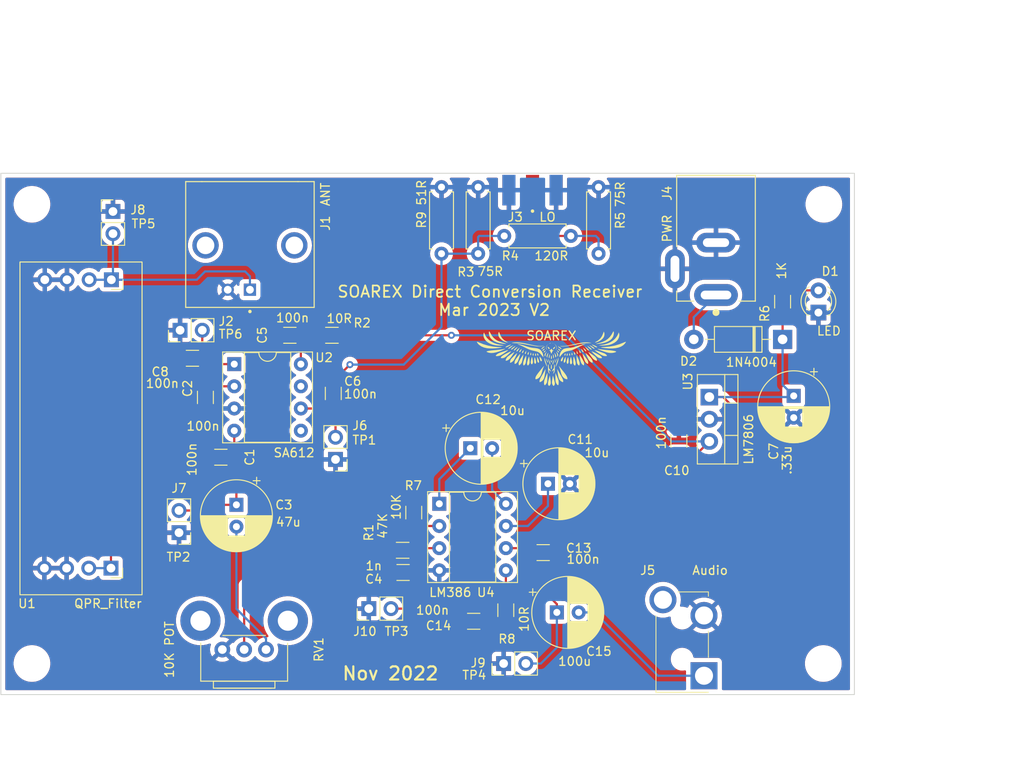
<source format=kicad_pcb>
(kicad_pcb (version 20211014) (generator pcbnew)
  (layers (0 "F.Cu" signal) (31 "B.Cu" signal) (34 "B.Paste" user) (35 "F.Paste" user) (36 "B.SilkS" user "B.Silkscreen") (37 "F.SilkS" user "F.Silkscreen") (38 "B.Mask" user) (39 "F.Mask" user) (44 "Edge.Cuts" user))
  (net 0 "")
  (net 1 "Net-(C1-Pad1)")
  (net 2 "GND")
  (net 3 "Net-(C2-Pad1)")
  (net 4 "Net-(C3-Pad2)")
  (net 5 "Net-(C4-Pad1)")
  (net 6 "Net-(C5-Pad1)")
  (net 7 "Net-(C6-Pad1)")
  (net 8 "12V")
  (net 9 "RX6V")
  (net 10 "Net-(D1-Pad2)")
  (net 11 "Net-(D2-Pad2)")
  (net 12 "Net-(C6-Pad2)")
  (net 13 "Net-(J1-Pad1)")
  (net 14 "Net-(J3-Pad1)")
  (net 15 "Net-(R1-Pad1)")
  (net 16 "Net-(C8-Pad1)")
  (net 19 "Net-(C11-Pad1)")
  (net 20 "Net-(C12-Pad1)")
  (net 21 "Net-(C12-Pad2)")
  (net 22 "Net-(C14-Pad1)")
  (net 23 "Net-(C15-Pad1)")
  (net 24 "Net-(C15-Pad2)")
  (net 25 "Net-(R7-Pad2)")
  (net 27 "Net-(C8-Pad2)")
  (footprint "Connector_PinHeader_2.54mm:PinHeader_1x02_P2.54mm_Vertical" (layer "F.Cu") (at 63.8175 72.9615 90)
    (fp_text reference "J10" (at -2.6035 -0.4445 180) (layer "F.SilkS"))
    (fp_text value "TP3" (at -2.6035 3.175 180) (layer "F.SilkS"))
    (pad "1" thru_hole rect (at 0 0 90) (size 1.7 1.7) (drill 1) (layers *.Cu *.Mask) (net 2 "GND"))
    (pad "2" thru_hole oval (at 0 2.54 90) (size 1.7 1.7) (drill 1) (layers *.Cu *.Mask) (net 5 "Net-(C4-Pad1)"))
  )
  (footprint "Capacitor_THT:CP_Radial_D8.0mm_P2.50mm" (layer "F.Cu") (at 112.435 48.601849 -90)
    (fp_text reference "C7" (at 6.35 2.286 -270) (layer "F.SilkS"))
    (fp_text value ".33u" (at 7.366 0.762 -270) (layer "F.SilkS"))
    (pad "1" thru_hole rect (at 0 0 270) (size 1.6 1.6) (drill 0.8) (layers *.Cu *.Mask) (net 8 "12V"))
    (pad "2" thru_hole circle (at 2.5 0 270) (size 1.6 1.6) (drill 0.8) (layers *.Cu *.Mask) (net 2 "GND"))
  )
  (footprint "Capacitor_THT:CP_Radial_D8.0mm_P2.50mm" (layer "F.Cu") (at 84.318 58.664)
    (fp_text reference "C11" (at 3.692651 -5.08) (layer "F.SilkS"))
    (fp_text value "10u" (at 5.598 -3.546) (layer "F.SilkS"))
    (pad "1" thru_hole rect (at 0 0) (size 1.6 1.6) (drill 0.8) (layers *.Cu *.Mask) (net 19 "Net-(C11-Pad1)"))
    (pad "2" thru_hole circle (at 2.5 0) (size 1.6 1.6) (drill 0.8) (layers *.Cu *.Mask) (net 2 "GND"))
  )
  (footprint "Capacitor_SMD:C_1206_3216Metric" (layer "F.Cu") (at 43.6372 44.2976)
    (fp_text reference "C8" (at -3.6957 1.5494 180) (layer "F.SilkS"))
    (fp_text value "100n" (at -3.4417 2.8829) (layer "F.SilkS"))
    (pad "1" smd roundrect (at -1.475 0) (size 1.15 1.8) (layers "F.Cu" "F.Paste" "F.Mask") (roundrect_rratio 0.2173913043) (net 16 "Net-(C8-Pad1)"))
    (pad "2" smd roundrect (at 1.475 0) (size 1.15 1.8) (layers "F.Cu" "F.Paste" "F.Mask") (roundrect_rratio 0.2173913043) (net 27 "Net-(C8-Pad2)"))
  )
  (footprint "Custom_RF:CUI_PJ-002A" (layer "F.Cu") (at 103.545 37.0545 90)
    (fp_text reference "J4" (at 11.6545 -5.588 90) (layer "F.SilkS") (effects (font (size 1.000827 1.000827))))
    (fp_text value "PWR" (at 7.62 -5.588 90) (layer "F.SilkS") (effects (font (size 1.001181 1.001181))))
    (pad "1" thru_hole oval (at 0 0 90) (size 2.5 5) (drill oval 1 3.5) (layers *.Cu *.Mask) (net 11 "Net-(D2-Pad2)"))
    (pad "2" thru_hole oval (at 6 0 90) (size 2.25 4.5) (drill oval 1 3) (layers *.Cu *.Mask) (net 2 "GND"))
    (pad "3" thru_hole oval (at 3 -4.7 90) (size 4.5 2.25) (drill oval 3 1) (layers *.Cu *.Mask) (net 2 "GND"))
  )
  (footprint "Resistor_SMD:R_1206_3216Metric" (layer "F.Cu") (at 68.960651 61.966 -90)
    (fp_text reference "R7" (at -3.0888 0.050451 180) (layer "F.SilkS"))
    (fp_text value "10K" (at -0.6504 2.006251 -90) (layer "F.SilkS"))
    (pad "1" smd roundrect (at -1.4625 0 270) (size 1.125 1.75) (layers "F.Cu" "F.Paste" "F.Mask") (roundrect_rratio 0.2222222222) (net 2 "GND"))
    (pad "2" smd roundrect (at 1.4625 0 270) (size 1.125 1.75) (layers "F.Cu" "F.Paste" "F.Mask") (roundrect_rratio 0.2222222222) (net 25 "Net-(R7-Pad2)"))
  )
  (footprint "Resistor_THT:R_Axial_DIN0207_L6.3mm_D2.5mm_P7.62mm_Horizontal" (layer "F.Cu") (at 79.3115 30.2895)
    (fp_text reference "R4" (at 0.6985 2.286) (layer "F.SilkS"))
    (fp_text value "120R" (at 5.3975 2.286) (layer "F.SilkS"))
    (pad "1" thru_hole circle (at 0 0) (size 1.6 1.6) (drill 0.8) (layers *.Cu *.Mask) (net 7 "Net-(C6-Pad1)"))
    (pad "2" thru_hole oval (at 7.62 0) (size 1.6 1.6) (drill 0.8) (layers *.Cu *.Mask) (net 14 "Net-(J3-Pad1)"))
  )
  (footprint "Resistor_THT:R_Axial_DIN0207_L6.3mm_D2.5mm_P7.62mm_Horizontal" (layer "F.Cu") (at 72.136 32.3215 90)
    (fp_text reference "R9" (at 3.8735 -2.286 90) (layer "F.SilkS"))
    (fp_text value "51R" (at 6.985 -2.286 90) (layer "F.SilkS"))
    (pad "1" thru_hole circle (at 0 0 90) (size 1.6 1.6) (drill 0.8) (layers *.Cu *.Mask) (net 7 "Net-(C6-Pad1)"))
    (pad "2" thru_hole oval (at 7.62 0 90) (size 1.6 1.6) (drill 0.8) (layers *.Cu *.Mask) (net 2 "GND"))
  )
  (footprint "Capacitor_SMD:C_1206_3216Metric" (layer "F.Cu") (at 45.1204 48.778 -90)
    (fp_text reference "C2" (at -1.026 2.042 -90) (layer "F.SilkS"))
    (fp_text value "100n" (at 3.292 0.264 180) (layer "F.SilkS"))
    (pad "1" smd roundrect (at -1.475 0 270) (size 1.15 1.8) (layers "F.Cu" "F.Paste" "F.Mask") (roundrect_rratio 0.2173913043) (net 3 "Net-(C2-Pad1)"))
    (pad "2" smd roundrect (at 1.475 0 270) (size 1.15 1.8) (layers "F.Cu" "F.Paste" "F.Mask") (roundrect_rratio 0.2173913043) (net 2 "GND"))
  )
  (footprint "MountingHole:MountingHole_3.2mm_M3" (layer "F.Cu") (at 115.8875 26.67)
    (fp_text reference "H4" hide)
    (fp_text value "MountingHole" hide)
    (pad "" np_thru_hole circle (at 0 0) (size 3.2 3.2) (drill 3.2) (layers *.Cu *.Mask))
  )
  (footprint "MountingHole:MountingHole_3.2mm_M3" (layer "F.Cu") (at 115.824 79.248)
    (fp_text reference "H3" hide)
    (fp_text value "MountingHole" hide)
    (pad "" np_thru_hole circle (at 0 0) (size 3.2 3.2) (drill 3.2) (layers *.Cu *.Mask))
  )
  (footprint "Package_DIP:DIP-8_W7.62mm_Socket" (layer "F.Cu") (at 71.882 60.96)
    (fp_text reference "U4" (at 5.324 10.15) (layer "F.SilkS"))
    (fp_text value "LM386" (at 1.26 10.15) (layer "F.SilkS"))
    (pad "1" thru_hole rect (at 0 0) (size 1.6 1.6) (drill 0.8) (layers *.Cu *.Mask) (net 20 "Net-(C12-Pad1)"))
    (pad "2" thru_hole oval (at 0 2.54) (size 1.6 1.6) (drill 0.8) (layers *.Cu *.Mask) (net 25 "Net-(R7-Pad2)"))
    (pad "3" thru_hole oval (at 0 5.08) (size 1.6 1.6) (drill 0.8) (layers *.Cu *.Mask) (net 5 "Net-(C4-Pad1)"))
    (pad "4" thru_hole oval (at 0 7.62) (size 1.6 1.6) (drill 0.8) (layers *.Cu *.Mask) (net 2 "GND"))
    (pad "5" thru_hole oval (at 7.62 7.62) (size 1.6 1.6) (drill 0.8) (layers *.Cu *.Mask) (net 23 "Net-(C15-Pad1)"))
    (pad "6" thru_hole oval (at 7.62 5.08) (size 1.6 1.6) (drill 0.8) (layers *.Cu *.Mask) (net 8 "12V"))
    (pad "7" thru_hole oval (at 7.62 2.54) (size 1.6 1.6) (drill 0.8) (layers *.Cu *.Mask) (net 19 "Net-(C11-Pad1)"))
    (pad "8" thru_hole oval (at 7.62 0) (size 1.6 1.6) (drill 0.8) (layers *.Cu *.Mask) (net 21 "Net-(C12-Pad2)"))
  )
  (footprint "MountingHole:MountingHole_3.2mm_M3" (layer "F.Cu") (at 25.273 79.248)
    (fp_text reference "H2" hide)
    (fp_text value "MountingHole" hide)
    (pad "" np_thru_hole circle (at 0 0) (size 3.2 3.2) (drill 3.2) (layers *.Cu *.Mask))
  )
  (footprint "Package_TO_SOT_THT:TO-220-3_Vertical" (layer "F.Cu") (at 102.783 48.7385 -90)
    (fp_text reference "U3" (at -1.778 2.453 -270) (layer "F.SilkS"))
    (fp_text value "LM7806" (at 4.826 -4.501 -270) (layer "F.SilkS"))
    (pad "1" thru_hole rect (at 0 0 270) (size 1.905 2) (drill 1.1) (layers *.Cu *.Mask) (net 8 "12V"))
    (pad "2" thru_hole oval (at 2.54 0 270) (size 1.905 2) (drill 1.1) (layers *.Cu *.Mask) (net 2 "GND"))
    (pad "3" thru_hole oval (at 5.08 0 270) (size 1.905 2) (drill 1.1) (layers *.Cu *.Mask) (net 9 "RX6V"))
  )
  (footprint "Connector_PinHeader_2.54mm:PinHeader_1x02_P2.54mm_Vertical" (layer "F.Cu") (at 60.0075 55.88 180)
    (fp_text reference "J6" (at -2.794 3.8735) (layer "F.SilkS"))
    (fp_text value "TP1" (at -3.302 2.2225) (layer "F.SilkS"))
    (pad "1" thru_hole rect (at 0 0 180) (size 1.7 1.7) (drill 1) (layers *.Cu *.Mask) (net 2 "GND"))
    (pad "2" thru_hole oval (at 0 2.54 180) (size 1.7 1.7) (drill 1) (layers *.Cu *.Mask) (net 12 "Net-(C6-Pad2)"))
  )
  (footprint "Resistor_SMD:R_1206_3216Metric" (layer "F.Cu") (at 79.492 73.142 90)
    (fp_text reference "R8" (at -3.302 0.136651) (layer "F.SilkS"))
    (fp_text value "10R" (at -1.016 2.1055 270) (layer "F.SilkS"))
    (pad "1" smd roundrect (at -1.4625 0 90) (size 1.125 1.75) (layers "F.Cu" "F.Paste" "F.Mask") (roundrect_rratio 0.2222222222) (net 22 "Net-(C14-Pad1)"))
    (pad "2" smd roundrect (at 1.4625 0 90) (size 1.125 1.75) (layers "F.Cu" "F.Paste" "F.Mask") (roundrect_rratio 0.2222222222) (net 23 "Net-(C15-Pad1)"))
  )
  (footprint "Capacitor_THT:CP_Radial_D8.0mm_P2.50mm" (layer "F.Cu") (at 85.334 73.396)
    (fp_text reference "C15" (at 4.8106 4.455) (layer "F.SilkS"))
    (fp_text value "100u" (at 2.042 5.598) (layer "F.SilkS"))
    (pad "1" thru_hole rect (at 0 0) (size 1.6 1.6) (drill 0.8) (layers *.Cu *.Mask) (net 23 "Net-(C15-Pad1)"))
    (pad "2" thru_hole circle (at 2.5 0) (size 1.6 1.6) (drill 0.8) (layers *.Cu *.Mask) (net 24 "Net-(C15-Pad2)"))
  )
  (footprint "Connector_PinHeader_2.54mm:PinHeader_1x02_P2.54mm_Vertical" (layer "F.Cu") (at 42.1005 64.267 180)
    (fp_text reference "J7" (at 0 5.085) (layer "F.SilkS"))
    (fp_text value "TP2" (at 0.0635 -2.794) (layer "F.SilkS"))
    (pad "1" thru_hole rect (at 0 0 180) (size 1.7 1.7) (drill 1) (layers *.Cu *.Mask) (net 2 "GND"))
    (pad "2" thru_hole oval (at 0 2.54 180) (size 1.7 1.7) (drill 1) (layers *.Cu *.Mask) (net 1 "Net-(C1-Pad1)"))
  )
  (footprint "Capacitor_SMD:C_1206_3216Metric" (layer "F.Cu") (at 59.7535 48.3235 -90)
    (fp_text reference "C6" (at -1.397 -2.2225) (layer "F.SilkS"))
    (fp_text value "100n" (at 0.0635 -3.1115) (layer "F.SilkS"))
    (pad "1" smd roundrect (at -1.475 0 270) (size 1.15 1.8) (layers "F.Cu" "F.Paste" "F.Mask") (roundrect_rratio 0.2173913043) (net 7 "Net-(C6-Pad1)"))
    (pad "2" smd roundrect (at 1.475 0 270) (size 1.15 1.8) (layers "F.Cu" "F.Paste" "F.Mask") (roundrect_rratio 0.2173913043) (net 12 "Net-(C6-Pad2)"))
  )
  (footprint "Capacitor_SMD:C_1206_3216Metric" (layer "F.Cu") (at 67.739651 68.824 180)
    (fp_text reference "C4" (at 3.351 -0.762 180) (layer "F.SilkS"))
    (fp_text value "1n" (at 3.351 0.762 180) (layer "F.SilkS"))
    (pad "1" smd roundrect (at -1.475 0 180) (size 1.15 1.8) (layers "F.Cu" "F.Paste" "F.Mask") (roundrect_rratio 0.2173913043) (net 5 "Net-(C4-Pad1)"))
    (pad "2" smd roundrect (at 1.475 0 180) (size 1.15 1.8) (layers "F.Cu" "F.Paste" "F.Mask") (roundrect_rratio 0.2173913043) (net 2 "GND"))
  )
  (footprint "MountingHole:MountingHole_3.2mm_M3" (layer "F.Cu") (at 25.273 26.67)
    (fp_text reference "H1" hide)
    (fp_text value "MountingHole" hide)
    (pad "" np_thru_hole circle (at 0 0) (size 3.2 3.2) (drill 3.2) (layers F&B.Cu *.Mask))
  )
  (footprint "Capacitor_SMD:C_1206_3216Metric" (layer "F.Cu") (at 54.7849 41.666 180)
    (fp_text reference "C5" (at 3.1594 0.01 270) (layer "F.SilkS"))
    (fp_text value "100n" (at -0.3077 1.9912 180) (layer "F.SilkS"))
    (pad "1" smd roundrect (at -1.475 0 180) (size 1.15 1.8) (layers "F.Cu" "F.Paste" "F.Mask") (roundrect_rratio 0.2173913043) (net 6 "Net-(C5-Pad1)"))
    (pad "2" smd roundrect (at 1.475 0 180) (size 1.15 1.8) (layers "F.Cu" "F.Paste" "F.Mask") (roundrect_rratio 0.2173913043) (net 2 "GND"))
  )
  (footprint "Custom_RF:Bourns_PTV09A_Horizontal_Pot" (layer "F.Cu") (at 47.055 77.6475 -90)
    (fp_text reference "RV1" (at 0 -11.05 90) (layer "F.SilkS"))
    (fp_text value "10K POT" (at 0 6.05 90) (layer "F.SilkS"))
    (pad "" thru_hole circle (at -3.3 2.5 270) (size 4.6 4.6) (drill 2.3) (layers *.Cu *.Mask))
    (pad "" thru_hole circle (at -3.3 -7.5 270) (size 4.6 4.6) (drill 2.3) (layers *.Cu *.Mask))
    (pad "1" thru_hole circle (at 0 0 270) (size 1.8 1.8) (drill 1) (layers *.Cu *.Mask) (net 2 "GND"))
    (pad "2" thru_hole circle (at 0 -2.5 270) (size 1.8 1.8) (drill 1) (layers *.Cu *.Mask) (net 15 "Net-(R1-Pad1)"))
    (pad "3" thru_hole circle (at 0 -5 270) (size 1.8 1.8) (drill 1) (layers *.Cu *.Mask) (net 4 "Net-(C3-Pad2)"))
  )
  (footprint "Custom_RF:CONN_1-1337543-0" (layer "F.Cu") (at 50.2158 36.4505 -90)
    (fp_text reference "J1" (at -7.62 -8.636 -90) (layer "F.SilkS") (effects (font (size 1.001882 1.001882))))
    (fp_text value "ANT" (at -10.922 -8.636 90) (layer "F.SilkS") (effects (font (size 1.000929 1.000929))))
    (pad "1" thru_hole rect (at 0 0 270) (size 1.398 1.398) (drill 0.89) (layers *.Cu *.Mask) (net 13 "Net-(J1-Pad1)"))
    (pad "2" thru_hole circle (at 0 2.54 270) (size 1.398 1.398) (drill 0.89) (layers *.Cu *.Mask) (net 2 "GND"))
    (pad "P1" thru_hole circle (at -5.08 5.08 270) (size 3.015 3.015) (drill 2.01) (layers *.Cu *.Mask))
    (pad "P2" thru_hole circle (at -5.08 -5.08 270) (size 3.015 3.015) (drill 2.01) (layers *.Cu *.Mask))
  )
  (footprint "Custom_RF:48322230" (layer "F.Cu") (at 102.172 80.647)
    (fp_text reference "J5" (at -6.4394 -12.067) (layer "F.SilkS"))
    (fp_text value "Audio" (at 0.698 -12.067 180) (layer "F.SilkS"))
    (pad "" np_thru_hole circle (at -2.5 -6.6) (size 1.6 1.6) (drill 1.6) (layers *.Cu *.Mask))
    (pad "" np_thru_hole circle (at -2.5 -1.9) (size 1.6 1.6) (drill 1.6) (layers *.Cu *.Mask))
    (pad "1" thru_hole rect (at 0 0) (size 3.092 3.092) (drill 2.0616) (layers *.Cu *.Mask) (net 24 "Net-(C15-Pad2)"))
    (pad "2" thru_hole circle (at 0 -6.9) (size 3.092 3.092) (drill 2.0616) (layers *.Cu *.Mask) (net 2 "GND"))
    (pad "3" thru_hole circle (at -4.7 -8.7) (size 3.092 3.092) (drill 2.0616) (layers *.Cu *.Mask))
  )
  (footprint "Resistor_THT:R_Axial_DIN0207_L6.3mm_D2.5mm_P7.62mm_Horizontal" (layer "F.Cu") (at 76.327 32.3215 90)
    (fp_text reference "R3" (at -2.0955 -1.397 180) (layer "F.SilkS"))
    (fp_text value "75R" (at -2.032 1.397 180) (layer "F.SilkS"))
    (pad "1" thru_hole circle (at 0 0 90) (size 1.6 1.6) (drill 0.8) (layers *.Cu *.Mask) (net 7 "Net-(C6-Pad1)"))
    (pad "2" thru_hole oval (at 7.62 0 90) (size 1.6 1.6) (drill 0.8) (layers *.Cu *.Mask) (net 2 "GND"))
  )
  (footprint "Capacitor_SMD:C_1206_3216Metric" (layer "F.Cu") (at 99.298 53.7695 90)
    (fp_text reference "C10" (at -3.3805 -0.238 180) (layer "F.SilkS"))
    (fp_text value "100n" (at 0.9375 -2.016 90) (layer "F.SilkS"))
    (pad "1" smd roundrect (at -1.475 0 90) (size 1.15 1.8) (layers "F.Cu" "F.Paste" "F.Mask") (roundrect_rratio 0.2173913043) (net 9 "RX6V"))
    (pad "2" smd roundrect (at 1.475 0 90) (size 1.15 1.8) (layers "F.Cu" "F.Paste" "F.Mask") (roundrect_rratio 0.2173913043) (net 2 "GND"))
  )
  (footprint "Resistor_SMD:R_1206_3216Metric" (layer "F.Cu") (at 67.690651 66.284)
    (fp_text reference "R1" (at -3.873151 -2.022 90) (layer "F.SilkS"))
    (fp_text value "47K" (at -2.285651 -2.784 90) (layer "F.SilkS"))
    (pad "1" smd roundrect (at -1.4625 0) (size 1.125 1.75) (layers "F.Cu" "F.Paste" "F.Mask") (roundrect_rratio 0.2222222222) (net 15 "Net-(R1-Pad1)"))
    (pad "2" smd roundrect (at 1.4625 0) (size 1.125 1.75) (layers "F.Cu" "F.Paste" "F.Mask") (roundrect_rratio 0.2222222222) (net 5 "Net-(C4-Pad1)"))
  )
  (footprint "Capacitor_THT:CP_Radial_D8.0mm_P2.50mm" (layer "F.Cu") (at 48.6664 61.077349 -90)
    (fp_text reference "C3" (at 0.009651 -5.4356 180) (layer "F.SilkS"))
    (fp_text value "47u" (at 1.978151 -5.9436 180) (layer "F.SilkS"))
    (pad "1" thru_hole rect (at 0 0 270) (size 1.6 1.6) (drill 0.8) (layers *.Cu *.Mask) (net 1 "Net-(C1-Pad1)"))
    (pad "2" thru_hole circle (at 2.5 0 270) (size 1.6 1.6) (drill 0.8) (layers *.Cu *.Mask) (net 4 "Net-(C3-Pad2)"))
  )
  (footprint "Package_DIP:DIP-8_W7.62mm_Socket" (layer "F.Cu") (at 48.4224 44.968)
    (fp_text reference "U2" (at 10.277 -0.7466) (layer "F.SilkS"))
    (fp_text value "SA612" (at 6.848 10.15) (layer "F.SilkS"))
    (pad "1" thru_hole rect (at 0 0) (size 1.6 1.6) (drill 0.8) (layers *.Cu *.Mask) (net 27 "Net-(C8-Pad2)"))
    (pad "2" thru_hole oval (at 0 2.54) (size 1.6 1.6) (drill 0.8) (layers *.Cu *.Mask) (net 3 "Net-(C2-Pad1)"))
    (pad "3" thru_hole oval (at 0 5.08) (size 1.6 1.6) (drill 0.8) (layers *.Cu *.Mask) (net 2 "GND"))
    (pad "4" thru_hole oval (at 0 7.62) (size 1.6 1.6) (drill 0.8) (layers *.Cu *.Mask) (net 1 "Net-(C1-Pad1)"))
    (pad "5" thru_hole oval (at 7.62 7.62) (size 1.6 1.6) (drill 0.8) (layers *.Cu *.Mask))
    (pad "6" thru_hole oval (at 7.62 5.08) (size 1.6 1.6) (drill 0.8) (layers *.Cu *.Mask) (net 12 "Net-(C6-Pad2)"))
    (pad "7" thru_hole oval (at 7.62 2.54) (size 1.6 1.6) (drill 0.8) (layers *.Cu *.Mask))
    (pad "8" thru_hole oval (at 7.62 0) (size 1.6 1.6) (drill 0.8) (layers *.Cu *.Mask) (net 6 "Net-(C5-Pad1)"))
  )
  (footprint "Custom_Images:SOAREX_Falcon_20mm" (layer "F.Cu") (at 84.709 44.2595)
    (fp_text reference "G***" hide)
    (fp_text value "LOGO" hide)
    (fp_text user "SOAREX" (at 0 -2.54 unlocked) (layer "F.SilkS"))
  )
  (footprint "Custom_RF:RFSOLUTIONS_CON-SMA-EDGE-S" (layer "F.Cu") (at 82.55 25.0465 -90)
    (fp_text reference "J3" (at 3.084 1.9685 180) (layer "F.SilkS"))
    (fp_text value "LO" (at 3.084 -1.7145 180) (layer "F.SilkS"))
    (pad "1" smd rect (at 0 0 270) (size 3.5 1.5) (layers "F.Cu" "F.Paste" "F.Mask") (net 14 "Net-(J3-Pad1)"))
    (pad "G1" smd rect (at 0 -2.7 270) (size 3.5 1.5) (layers "F.Cu" "F.Paste" "F.Mask") (net 2 "GND"))
    (pad "G2" smd rect (at 0 2.7 270) (size 3.5 1.5) (layers "F.Cu" "F.Paste" "F.Mask") (net 2 "GND"))
    (pad "G3" smd rect (at 0 -2.7 270) (size 3.5 1.5) (layers "B.Cu" "B.Paste" "B.Mask") (net 2 "GND"))
    (pad "G4" smd rect (at 0 2.7 270) (size 3.5 1.5) (layers "B.Cu" "B.Paste" "B.Mask") (net 2 "GND"))
  )
  (footprint "Capacitor_SMD:C_1206_3216Metric" (layer "F.Cu") (at 75.818651 74.412 180)
    (fp_text reference "C14" (at 4.015 -0.508 180) (layer "F.SilkS"))
    (fp_text value "100n" (at 4.708651 1.27) (layer "F.SilkS"))
    (pad "1" smd roundrect (at -1.475 0 180) (size 1.15 1.8) (layers "F.Cu" "F.Paste" "F.Mask") (roundrect_rratio 0.2173913043) (net 22 "Net-(C14-Pad1)"))
    (pad "2" smd roundrect (at 1.475 0 180) (size 1.15 1.8) (layers "F.Cu" "F.Paste" "F.Mask") (roundrect_rratio 0.2173913043) (net 2 "GND"))
  )
  (footprint "LED_THT:LED_D3.0mm" (layer "F.Cu") (at 115.2652 39.0652 90)
    (fp_text reference "D1" (at 4.7244 1.3462) (layer "F.SilkS"))
    (fp_text value "LED" (at -2.1082 1.1938) (layer "F.SilkS"))
    (pad "1" thru_hole rect (at 0 0 90) (size 1.8 1.8) (drill 0.9) (layers *.Cu *.Mask) (net 2 "GND"))
    (pad "2" thru_hole circle (at 2.54 0 90) (size 1.8 1.8) (drill 0.9) (layers *.Cu *.Mask) (net 10 "Net-(D1-Pad2)"))
  )
  (footprint "Diode_THT:D_DO-41_SOD81_P10.16mm_Horizontal" (layer "F.Cu") (at 111.165 42.1345 180)
    (fp_text reference "D2" (at 10.7588 -2.4933 180) (layer "F.SilkS"))
    (fp_text value "1N4004" (at 3.5706 -2.6203) (layer "F.SilkS"))
    (pad "1" thru_hole rect (at 0 0 180) (size 2.2 2.2) (drill 1.1) (layers *.Cu *.Mask) (net 8 "12V"))
    (pad "2" thru_hole oval (at 10.16 0 180) (size 2.2 2.2) (drill 1.1) (layers *.Cu *.Mask) (net 11 "Net-(D2-Pad2)"))
  )
  (footprint "Capacitor_SMD:C_1206_3216Metric" (layer "F.Cu") (at 83.771 66.548)
    (fp_text reference "C13" (at 4.064 -0.508) (layer "F.SilkS"))
    (fp_text value "100n" (at 4.572 0.762 180) (layer "F.SilkS"))
    (pad "1" smd roundrect (at -1.475 0) (size 1.15 1.8) (layers "F.Cu" "F.Paste" "F.Mask") (roundrect_rratio 0.2173913043) (net 8 "12V"))
    (pad "2" smd roundrect (at 1.475 0) (size 1.15 1.8) (layers "F.Cu" "F.Paste" "F.Mask") (roundrect_rratio 0.2173913043) (net 2 "GND"))
  )
  (footprint "Connector_PinHeader_2.54mm:PinHeader_1x02_P2.54mm_Vertical" (layer "F.Cu") (at 79.243 79.248 90)
    (fp_text reference "J9" (at 0.0635 -2.916 180) (layer "F.SilkS"))
    (fp_text value "TP4" (at -1.3335 -3.3605 180) (layer "F.SilkS"))
    (pad "1" thru_hole rect (at 0 0 90) (size 1.7 1.7) (drill 1) (layers *.Cu *.Mask) (net 2 "GND"))
    (pad "2" thru_hole oval (at 0 2.54 90) (size 1.7 1.7) (drill 1) (layers *.Cu *.Mask) (net 23 "Net-(C15-Pad1)"))
  )
  (footprint "Capacitor_SMD:C_1206_3216Metric" (layer "F.Cu") (at 46.8884 55.626 180)
    (fp_text reference "C1" (at -3.302 0 90) (layer "F.SilkS"))
    (fp_text value "100n" (at 3.302 -0.254 90) (layer "F.SilkS"))
    (pad "1" smd roundrect (at -1.475 0 180) (size 1.15 1.8) (layers "F.Cu" "F.Paste" "F.Mask") (roundrect_rratio 0.2173913043) (net 1 "Net-(C1-Pad1)"))
    (pad "2" smd roundrect (at 1.475 0 180) (size 1.15 1.8) (layers "F.Cu" "F.Paste" "F.Mask") (roundrect_rratio 0.2173913043) (net 2 "GND"))
  )
  (footprint "Capacitor_THT:CP_Radial_D8.0mm_P2.50mm" (layer "F.Cu") (at 75.428 54.6)
    (fp_text reference "C12" (at 2.042 -5.578) (layer "F.SilkS"))
    (fp_text value "10u" (at 4.836 -4.308) (layer "F.SilkS"))
    (pad "1" thru_hole rect (at 0 0) (size 1.6 1.6) (drill 0.8) (layers *.Cu *.Mask) (net 20 "Net-(C12-Pad1)"))
    (pad "2" thru_hole circle (at 2.5 0) (size 1.6 1.6) (drill 0.8) (layers *.Cu *.Mask) (net 21 "Net-(C12-Pad2)"))
  )
  (footprint "Resistor_THT:R_Axial_DIN0207_L6.3mm_D2.5mm_P7.62mm_Horizontal" (layer "F.Cu") (at 90.1065 32.3215 90)
    (fp_text reference "R5" (at 3.81 2.4765 90) (layer "F.SilkS"))
    (fp_text value "75R" (at 6.7945 2.4765 90) (layer "F.SilkS"))
    (pad "1" thru_hole circle (at 0 0 90) (size 1.6 1.6) (drill 0.8) (layers *.Cu *.Mask) (net 14 "Net-(J3-Pad1)"))
    (pad "2" thru_hole oval (at 7.62 0 90) (size 1.6 1.6) (drill 0.8) (layers *.Cu *.Mask) (net 2 "GND"))
  )
  (footprint "Resistor_SMD:R_1206_3216Metric" (layer "F.Cu") (at 111.165 37.8165 90)
    (fp_text reference "R6" (at -1.3503 -2.0466 90) (layer "F.SilkS"))
    (fp_text value "1K" (at 3.5519 -0.1162 90) (layer "F.SilkS"))
    (pad "1" smd roundrect (at -1.4625 0 90) (size 1.125 1.75) (layers "F.Cu" "F.Paste" "F.Mask") (roundrect_rratio 0.2222222222) (net 8 "12V"))
    (pad "2" smd roundrect (at 1.4625 0 90) (size 1.125 1.75) (layers "F.Cu" "F.Paste" "F.Mask") (roundrect_rratio 0.2222222222) (net 10 "Net-(D1-Pad2)"))
  )
  (footprint "Custom_RF:QRPLabs_Filter_TH" (layer "F.Cu") (at 28.9814 45.466 -90)
    (fp_text reference "U1" (at 26.924 4.2799 unlocked) (layer "F.SilkS"))
    (fp_text value "QPR_Filter" (at 26.924 -4.9911 unlocked) (layer "F.SilkS"))
    (pad "1" thru_hole rect (at -10.16 -5.38 270) (size 1.7 1.7) (drill 1) (layers *.Cu *.Mask) (net 13 "Net-(J1-Pad1)"))
    (pad "2" thru_hole oval (at -10.16 -2.84 270) (size 1.7 1.7) (drill 1) (layers *.Cu *.Mask) (net 13 "Net-(J1-Pad1)"))
    (pad "3" thru_hole oval (at -10.16 -0.3 270) (size 1.7 1.7) (drill 1) (layers *.Cu *.Mask) (net 2 "GND"))
    (pad "4" thru_hole oval (at -10.16 2.24 270) (size 1.7 1.7) (drill 1) (layers *.Cu *.Mask) (net 2 "GND"))
    (pad "5" thru_hole oval (at 22.86 2.286 270) (size 1.7 1.7) (drill 1) (layers *.Cu *.Mask) (net 2 "GND"))
    (pad "6" thru_hole oval (at 22.86 -0.254 270) (size 1.7 1.7) (drill 1) (layers *.Cu *.Mask) (net 2 "GND"))
    (pad "7" thru_hole oval (at 22.86 -2.794 270) (size 1.7 1.7) (drill 1) (layers *.Cu *.Mask) (net 16 "Net-(C8-Pad1)"))
    (pad "8" thru_hole rect (at 22.86 -5.334 270) (size 1.7 1.7) (drill 1) (layers *.Cu *.Mask) (net 16 "Net-(C8-Pad1)"))
  )
  (footprint "Connector_PinHeader_2.54mm:PinHeader_1x02_P2.54mm_Vertical" (layer "F.Cu") (at 34.544 27.4905)
    (fp_text reference "J8" (at 2.8575 -0.1855) (layer "F.SilkS"))
    (fp_text value "TP5" (at 3.4925 1.402) (layer "F.SilkS"))
    (pad "1" thru_hole rect (at 0 0) (size 1.7 1.7) (drill 1) (layers *.Cu *.Mask) (net 2 "GND"))
    (pad "2" thru_hole oval (at 0 2.54) (size 1.7 1.7) (drill 1) (layers *.Cu *.Mask) (net 13 "Net-(J1-Pad1)"))
  )
  (footprint "Connector_PinHeader_2.54mm:PinHeader_1x02_P2.54mm_Vertical" (layer "F.Cu") (at 42.2225 41.0845 90)
    (fp_text reference "J2" (at 1.016 5.2755 180) (layer "F.SilkS"))
    (fp_text value "TP6" (at -0.4445 5.7835 180) (layer "F.SilkS"))
    (pad "1" thru_hole rect (at 0 0 90) (size 1.7 1.7) (drill 1) (layers *.Cu *.Mask) (net 2 "GND"))
    (pad "2" thru_hole oval (at 0 2.54 90) (size 1.7 1.7) (drill 1) (layers *.Cu *.Mask) (net 27 "Net-(C8-Pad2)"))
  )
  (footprint "Resistor_SMD:R_1206_3216Metric" (layer "F.Cu") (at 59.5984 41.666 180)
    (fp_text reference "R2" (at -3.4571 1.407 180) (layer "F.SilkS"))
    (fp_text value "10R" (at -0.8536 1.915 180) (layer "F.SilkS"))
    (pad "1" smd roundrect (at -1.4625 0 180) (size 1.125 1.75) (layers "F.Cu" "F.Paste" "F.Mask") (roundrect_rratio 0.2222222222) (net 9 "RX6V"))
    (pad "2" smd roundrect (at 1.4625 0 180) (size 1.125 1.75) (layers "F.Cu" "F.Paste" "F.Mask") (roundrect_rratio 0.2222222222) (net 6 "Net-(C5-Pad1)"))
  )
  (gr_rect (start 119.38 82.804) (end 21.717 23.114) (layer "Edge.Cuts") (width 0.1) (fill none))
  (gr_text "Nov 2022" (at 66.294 80.391) (layer "F.SilkS") (effects (font (size 1.5 1.5) (thickness 0.25))))
  (gr_text "SOAREX Direct Conversion Receiver \nMar 2023 V2" (at 78.1685 37.719) (layer "F.SilkS") (effects (font (size 1.3 1.3) (thickness 0.2))))
  (segment (start 45.793151 61.077349) (end 48.6664 61.077349) (width 0.25) (layer "F.Cu") (net 1))
  (segment (start 45.1435 61.727) (end 45.793151 61.077349) (width 0.25) (layer "F.Cu") (net 1))
  (segment (start 48.4224 55.567) (end 48.3634 55.626) (width 0.25) (layer "F.Cu") (net 1))
  (segment (start 48.6664 55.929) (end 48.6664 61.077349) (width 0.25) (layer "F.Cu") (net 1))
  (segment (start 42.1005 61.727) (end 45.1435 61.727) (width 0.25) (layer "F.Cu") (net 1))
  (segment (start 48.3634 55.626) (end 48.6664 55.929) (width 0.25) (layer "F.Cu") (net 1))
  (segment (start 48.4224 52.588) (end 48.4224 55.567) (width 0.25) (layer "F.Cu") (net 1))
  (segment (start 45.3254 47.508) (end 48.4224 47.508) (width 0.25) (layer "F.Cu") (net 3))
  (segment (start 45.1204 47.303) (end 45.3254 47.508) (width 0.25) (layer "F.Cu") (net 3))
  (segment (start 48.6664 63.577349) (end 48.6664 72.9869) (width 0.25) (layer "B.Cu") (net 4))
  (segment (start 48.6664 72.9869) (end 52.055 76.3755) (width 0.25) (layer "B.Cu") (net 4))
  (segment (start 52.055 76.3755) (end 52.055 77.6475) (width 0.25) (layer "B.Cu") (net 4))
  (segment (start 69.153151 66.284) (end 69.397151 66.04) (width 0.25) (layer "F.Cu") (net 5))
  (segment (start 69.153151 66.284) (end 69.153151 68.7625) (width 0.25) (layer "F.Cu") (net 5))
  (segment (start 67.945 72.9615) (end 66.3575 72.9615) (width 0.25) (layer "F.Cu") (net 5))
  (segment (start 69.214651 71.691849) (end 67.945 72.9615) (width 0.25) (layer "F.Cu") (net 5))
  (segment (start 69.153151 68.7625) (end 69.214651 68.824) (width 0.25) (layer "F.Cu") (net 5))
  (segment (start 69.214651 68.824) (end 69.214651 71.691849) (width 0.25) (layer "F.Cu") (net 5))
  (segment (start 69.397151 66.04) (end 71.882 66.04) (width 0.25) (layer "F.Cu") (net 5))
  (segment (start 56.2599 41.666) (end 58.1359 41.666) (width 0.25) (layer "F.Cu") (net 6))
  (segment (start 56.2599 41.666) (end 56.0424 41.8835) (width 0.25) (layer "F.Cu") (net 6))
  (segment (start 56.0424 41.8835) (end 56.0424 44.968) (width 0.25) (layer "F.Cu") (net 6))
  (segment (start 59.8315 46.8485) (end 61.6585 45.0215) (width 0.25) (layer "F.Cu") (net 7))
  (segment (start 59.7535 46.8485) (end 59.8315 46.8485) (width 0.25) (layer "F.Cu") (net 7))
  (via (at 61.6585 45.0215) (size 0.8) (drill 0.4) (layers "F.Cu" "B.Cu") (net 7))
  (segment (start 67.818 45.0215) (end 61.6585 45.0215) (width 0.25) (layer "B.Cu") (net 7))
  (segment (start 76.327 30.4165) (end 76.327 32.3215) (width 0.25) (layer "B.Cu") (net 7))
  (segment (start 79.3115 30.2895) (end 76.454 30.2895) (width 0.25) (layer "B.Cu") (net 7))
  (segment (start 76.327 32.3215) (end 72.136 32.3215) (width 0.25) (layer "B.Cu") (net 7))
  (segment (start 72.136 40.7035) (end 67.818 45.0215) (width 0.25) (layer "B.Cu") (net 7))
  (segment (start 76.454 30.2895) (end 76.327 30.4165) (width 0.25) (layer "B.Cu") (net 7))
  (segment (start 72.136 32.3215) (end 72.136 40.7035) (width 0.25) (layer "B.Cu") (net 7))
  (segment (start 105.664 50.038) (end 104.3645 48.7385) (width 0.25) (layer "F.Cu") (net 8))
  (segment (start 82.335 66.538) (end 84.357 64.516) (width 0.25) (layer "F.Cu") (net 8))
  (segment (start 104.394 64.516) (end 105.664 63.246) (width 0.25) (layer "F.Cu") (net 8))
  (segment (start 81.837 66.04) (end 82.335 66.538) (width 0.25) (layer "F.Cu") (net 8))
  (segment (start 105.664 63.246) (end 105.664 50.038) (width 0.25) (layer "F.Cu") (net 8))
  (segment (start 111.165 39.279) (end 111.165 42.1345) (width 0.25) (layer "F.Cu") (net 8))
  (segment (start 84.357 64.516) (end 104.394 64.516) (width 0.25) (layer "F.Cu") (net 8))
  (segment (start 79.502 66.04) (end 81.837 66.04) (width 0.25) (layer "F.Cu") (net 8))
  (segment (start 104.3645 48.7385) (end 102.783 48.7385) (width 0.25) (layer "F.Cu") (net 8))
  (segment (start 111.165 47.331849) (end 112.435 48.601849) (width 0.25) (layer "B.Cu") (net 8))
  (segment (start 111.165 42.1345) (end 111.165 47.331849) (width 0.25) (layer "B.Cu") (net 8))
  (segment (start 112.298349 48.7385) (end 112.435 48.601849) (width 0.25) (layer "B.Cu") (net 8))
  (segment (start 102.783 48.7385) (end 112.298349 48.7385) (width 0.25) (layer "B.Cu") (net 8))
  (segment (start 102.783 53.8185) (end 101.1533 55.4482) (width 0.25) (layer "F.Cu") (net 9))
  (segment (start 101.1533 55.4482) (end 99.5017 55.4482) (width 0.25) (layer "F.Cu") (net 9))
  (segment (start 61.0609 41.666) (end 73.269 41.666) (width 0.25) (layer "F.Cu") (net 9))
  (via (at 73.269 41.666) (size 0.8) (drill 0.4) (layers "F.Cu" "B.Cu") (net 9))
  (segment (start 73.269 41.666) (end 86.3065 41.666) (width 0.25) (layer "B.Cu") (net 9))
  (segment (start 98.518 53.8185) (end 102.783 53.8185) (width 0.25) (layer "B.Cu") (net 9))
  (segment (start 86.3065 41.666) (end 98.4885 53.848) (width 0.25) (layer "B.Cu") (net 9))
  (segment (start 98.4885 53.848) (end 98.518 53.8185) (width 0.25) (layer "B.Cu") (net 9))
  (segment (start 111.165 36.354) (end 111.3362 36.5252) (width 0.25) (layer "F.Cu") (net 10))
  (segment (start 111.3362 36.5252) (end 115.2652 36.5252) (width 0.25) (layer "F.Cu") (net 10))
  (segment (start 101.005 39.5945) (end 103.545 37.0545) (width 0.25) (layer "B.Cu") (net 11))
  (segment (start 101.005 42.1345) (end 101.005 39.5945) (width 0.25) (layer "B.Cu") (net 11))
  (segment (start 59.504 50.048) (end 59.7535 49.7985) (width 0.25) (layer "F.Cu") (net 12))
  (segment (start 56.0424 50.048) (end 59.504 50.048) (width 0.25) (layer "F.Cu") (net 12))
  (segment (start 59.7535 49.7985) (end 60.0075 50.0525) (width 0.25) (layer "F.Cu") (net 12))
  (segment (start 60.0075 50.0525) (end 60.0075 53.34) (width 0.25) (layer "F.Cu") (net 12))
  (segment (start 31.8214 35.306) (end 34.3614 35.306) (width 0.25) (layer "B.Cu") (net 13))
  (segment (start 34.544 30.0305) (end 34.544 35.1234) (width 0.25) (layer "B.Cu") (net 13))
  (segment (start 50.2158 34.9123) (end 50.2158 36.4505) (width 0.25) (layer "B.Cu") (net 13))
  (segment (start 45.085 34.3535) (end 49.657 34.3535) (width 0.25) (layer "B.Cu") (net 13))
  (segment (start 44.1325 35.306) (end 45.085 34.3535) (width 0.25) (layer "B.Cu") (net 13))
  (segment (start 34.3614 35.306) (end 44.1325 35.306) (width 0.25) (layer "B.Cu") (net 13))
  (segment (start 49.657 34.3535) (end 50.2158 34.9123) (width 0.25) (layer "B.Cu") (net 13))
  (segment (start 34.544 35.1234) (end 34.3614 35.306) (width 0.25) (layer "B.Cu") (net 13))
  (segment (start 83.1215 30.2895) (end 86.9315 30.2895) (width 0.25) (layer "F.Cu") (net 14))
  (segment (start 82.55 29.718) (end 83.1215 30.2895) (width 0.25) (layer "F.Cu") (net 14))
  (segment (start 82.55 25.0465) (end 82.55 29.718) (width 0.25) (layer "F.Cu") (net 14))
  (segment (start 90.1065 32.3215) (end 90.1065 30.607) (width 0.25) (layer "B.Cu") (net 14))
  (segment (start 90.1065 30.607) (end 89.789 30.2895) (width 0.25) (layer "B.Cu") (net 14))
  (segment (start 89.789 30.2895) (end 86.9315 30.2895) (width 0.25) (layer "B.Cu") (net 14))
  (segment (start 49.555 70.2695) (end 53.5405 66.284) (width 0.25) (layer "F.Cu") (net 15))
  (segment (start 49.555 77.6475) (end 49.555 70.2695) (width 0.25) (layer "F.Cu") (net 15))
  (segment (start 53.5405 66.284) (end 66.228151 66.284) (width 0.25) (layer "F.Cu") (net 15))
  (segment (start 34.3154 46.5328) (end 34.3154 68.326) (width 0.25) (layer "F.Cu") (net 16))
  (segment (start 42.1622 44.2976) (end 36.5506 44.2976) (width 0.25) (layer "F.Cu") (net 16))
  (segment (start 36.5506 44.2976) (end 34.3154 46.5328) (width 0.25) (layer "F.Cu") (net 16))
  (segment (start 31.7754 68.326) (end 34.3154 68.326) (width 0.25) (layer "B.Cu") (net 16))
  (segment (start 84.318 61.204) (end 84.318 58.664) (width 0.25) (layer "B.Cu") (net 19))
  (segment (start 79.502 63.5) (end 82.022 63.5) (width 0.25) (layer "B.Cu") (net 19))
  (segment (start 82.022 63.5) (end 84.318 61.204) (width 0.25) (layer "B.Cu") (net 19))
  (segment (start 71.882 60.96) (end 71.882 58.146) (width 0.25) (layer "B.Cu") (net 20))
  (segment (start 71.882 58.146) (end 75.428 54.6) (width 0.25) (layer "B.Cu") (net 20))
  (segment (start 77.928 59.386) (end 79.502 60.96) (width 0.25) (layer "B.Cu") (net 21))
  (segment (start 77.928 54.6) (end 77.928 59.386) (width 0.25) (layer "B.Cu") (net 21))
  (segment (start 79.2995 74.412) (end 79.492 74.6045) (width 0.25) (layer "F.Cu") (net 22))
  (segment (start 77.293651 74.412) (end 79.2995 74.412) (width 0.25) (layer "F.Cu") (net 22))
  (segment (start 85.334 72.4435) (end 85.334 73.396) (width 0.25) (layer "F.Cu") (net 23))
  (segment (start 79.502 71.6695) (end 79.492 71.6795) (width 0.25) (layer "F.Cu") (net 23))
  (segment (start 79.502 68.58) (end 79.502 71.6695) (width 0.25) (layer "F.Cu") (net 23))
  (segment (start 79.492 71.6795) (end 84.57 71.6795) (width 0.25) (layer "F.Cu") (net 23))
  (segment (start 84.57 71.6795) (end 85.334 72.4435) (width 0.25) (layer "F.Cu") (net 23))
  (segment (start 85.334 73.396) (end 85.334 77.4165) (width 0.25) (layer "B.Cu") (net 23))
  (segment (start 85.334 77.4165) (end 83.5025 79.248) (width 0.25) (layer "B.Cu") (net 23))
  (segment (start 83.5025 79.248) (end 81.783 79.248) (width 0.25) (layer "B.Cu") (net 23))
  (segment (start 96.903 80.647) (end 89.652 73.396) (width 0.25) (layer "B.Cu") (net 24))
  (segment (start 102.172 80.647) (end 96.903 80.647) (width 0.25) (layer "B.Cu") (net 24))
  (segment (start 89.652 73.396) (end 87.834 73.396) (width 0.25) (layer "B.Cu") (net 24))
  (segment (start 68.960651 63.4285) (end 69.032151 63.5) (width 0.25) (layer "F.Cu") (net 25))
  (segment (start 69.032151 63.5) (end 71.882 63.5) (width 0.25) (layer "F.Cu") (net 25))
  (segment (start 44.7625 41.0845) (end 44.7625 43.9479) (width 0.25) (layer "F.Cu") (net 27))
  (segment (start 44.7625 43.9479) (end 45.1122 44.2976) (width 0.25) (layer "F.Cu") (net 27))
  (segment (start 45.1122 44.2976) (end 45.7826 44.968) (width 0.25) (layer "F.Cu") (net 27))
  (segment (start 45.7826 44.968) (end 48.4224 44.968) (width 0.25) (layer "F.Cu") (net 27))
  (zone (net 2) (net_name "GND") (layers F&B.Cu) (connect_pads (clearance 0.508)) (min_thickness 0.254) (fill yes (thermal_gap 0.508) (thermal_bridge_width 0.508))
    (polygon (pts (xy 119.38 82.804) (xy 21.717 82.804) (xy 21.7424 23.114) (xy 119.38 23.114)))
  )
)
</source>
